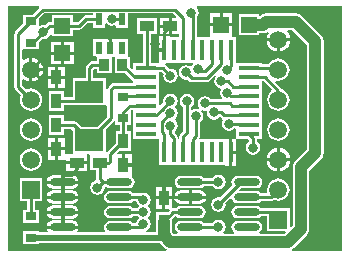
<source format=gtl>
G04 Layer_Physical_Order=1*
G04 Layer_Color=255*
%FSLAX25Y25*%
%MOIN*%
G70*
G01*
G75*
%ADD10R,0.03740X0.02953*%
%ADD11R,0.02362X0.03937*%
%ADD12R,0.05709X0.05315*%
%ADD13R,0.05315X0.05709*%
%ADD14R,0.07087X0.01772*%
%ADD15R,0.01772X0.07087*%
%ADD16R,0.09449X0.07480*%
%ADD17R,0.03500X0.04000*%
%ADD18R,0.03543X0.05118*%
%ADD19R,0.05118X0.03543*%
%ADD20O,0.08661X0.02362*%
%ADD21C,0.01000*%
%ADD22C,0.03937*%
%ADD23C,0.01969*%
%ADD24C,0.05906*%
%ADD25R,0.05906X0.05906*%
%ADD26C,0.03150*%
G36*
X-61709Y68037D02*
X-64276D01*
X-64778Y67937D01*
X-65204Y67653D01*
X-66918Y65939D01*
X-68358D01*
Y68071D01*
X-75642D01*
Y65939D01*
X-76248D01*
X-76750Y65839D01*
X-77176Y65554D01*
X-77913Y64817D01*
X-78374Y64908D01*
X-79296Y64725D01*
X-79401Y64654D01*
X-79843Y64890D01*
Y66844D01*
X-78000Y68687D01*
X-61709D01*
Y68037D01*
D02*
G37*
G36*
X21088Y-10438D02*
X4489D01*
X4390Y-9938D01*
X4465Y-9907D01*
X5040Y-9465D01*
X9465Y-5040D01*
X9907Y-4465D01*
X10185Y-3794D01*
X10280Y-3075D01*
Y16349D01*
X14269Y20338D01*
X14710Y20913D01*
X14988Y21584D01*
X15083Y22303D01*
Y54000D01*
Y59500D01*
X14988Y60219D01*
X14710Y60890D01*
X14269Y61466D01*
X7769Y67966D01*
X7193Y68407D01*
X6523Y68685D01*
X5803Y68780D01*
X-4000D01*
X-4719Y68685D01*
X-5390Y68407D01*
X-5929Y67993D01*
X-6068Y68019D01*
X-6429Y68209D01*
Y68642D01*
X-13319D01*
Y61358D01*
X-6429D01*
Y62220D01*
X-5000D01*
X-4281Y62315D01*
X-3610Y62593D01*
X-3285Y62212D01*
X-3453Y61993D01*
X-3851Y61032D01*
X-3921Y60500D01*
X0D01*
X3921D01*
X3851Y61032D01*
X3453Y61993D01*
X2895Y62720D01*
X3048Y63220D01*
X4652D01*
X9523Y58349D01*
Y54000D01*
Y23455D01*
X5534Y19466D01*
X5093Y18890D01*
X4815Y18219D01*
X4720Y17500D01*
Y-1923D01*
X4202Y-2442D01*
X3740Y-2250D01*
Y3740D01*
X-2136D01*
X-2500Y3813D01*
X-5911D01*
X-5982Y3919D01*
X-6634Y4354D01*
X-7402Y4507D01*
X-13701D01*
X-14469Y4354D01*
X-15120Y3919D01*
X-15555Y3268D01*
X-15708Y2500D01*
X-15555Y1732D01*
X-15120Y1081D01*
X-14469Y646D01*
X-13701Y493D01*
X-7402D01*
X-6634Y646D01*
X-5982Y1081D01*
X-5911Y1187D01*
X-3740D01*
Y-3740D01*
X2250D01*
X2442Y-4202D01*
X1923Y-4720D01*
X-6281D01*
X-6433Y-4220D01*
X-5982Y-3919D01*
X-5547Y-3268D01*
X-5395Y-2500D01*
X-5547Y-1732D01*
X-5982Y-1081D01*
X-6634Y-646D01*
X-7402Y-493D01*
X-13701D01*
X-14469Y-646D01*
X-15120Y-1081D01*
X-15555Y-1732D01*
X-15708Y-2500D01*
X-15555Y-3268D01*
X-15120Y-3919D01*
X-14669Y-4220D01*
X-14821Y-4720D01*
X-18210D01*
X-18355Y-4242D01*
X-18297Y-4203D01*
X-17775Y-3422D01*
X-17592Y-2500D01*
X-17775Y-1578D01*
X-18297Y-797D01*
X-19078Y-275D01*
X-20000Y-91D01*
X-20922Y-275D01*
X-21703Y-797D01*
X-21964Y-1187D01*
X-24809D01*
X-24880Y-1081D01*
X-25531Y-646D01*
X-26299Y-493D01*
X-32598D01*
X-33367Y-646D01*
X-34018Y-1081D01*
X-34453Y-1732D01*
X-34606Y-2500D01*
X-34453Y-3268D01*
X-34018Y-3919D01*
X-33567Y-4220D01*
X-33719Y-4720D01*
X-34849D01*
X-35425Y-4144D01*
Y-669D01*
X-35520Y50D01*
X-35552Y127D01*
X-34549Y1131D01*
X-34029Y1098D01*
X-34018Y1081D01*
X-33367Y646D01*
X-32598Y493D01*
X-26299D01*
X-25531Y646D01*
X-24880Y1081D01*
X-24445Y1732D01*
X-24292Y2500D01*
X-24445Y3268D01*
X-24880Y3919D01*
X-25531Y4354D01*
X-26299Y4507D01*
X-32598D01*
X-33367Y4354D01*
X-34018Y3919D01*
X-34089Y3813D01*
X-35035D01*
X-35047Y3810D01*
X-35433Y4128D01*
Y6705D01*
X-37705D01*
Y3646D01*
X-36453D01*
X-36246Y3146D01*
X-36715Y2677D01*
X-40764D01*
Y354D01*
X-40890Y50D01*
X-40984Y-669D01*
Y-4237D01*
X-44088D01*
X-44138Y-3737D01*
X-44078Y-3725D01*
X-43297Y-3203D01*
X-42775Y-2422D01*
X-42592Y-1500D01*
X-42775Y-578D01*
X-43297Y203D01*
X-43367Y250D01*
Y750D01*
X-43297Y797D01*
X-42775Y1578D01*
X-42592Y2500D01*
X-42775Y3422D01*
X-43297Y4203D01*
X-43367Y4250D01*
Y4750D01*
X-43297Y4797D01*
X-42775Y5578D01*
X-42592Y6500D01*
X-42775Y7422D01*
X-43297Y8203D01*
X-44078Y8725D01*
X-45000Y8908D01*
X-45741Y8761D01*
X-46000Y8813D01*
X-48411D01*
X-48482Y8919D01*
X-49134Y9354D01*
X-49902Y9507D01*
X-56201D01*
X-56969Y9354D01*
X-57620Y8919D01*
X-58055Y8268D01*
X-58208Y7500D01*
X-58055Y6732D01*
X-57620Y6081D01*
X-56969Y5646D01*
X-56201Y5493D01*
X-49902D01*
X-49134Y5646D01*
X-48482Y6081D01*
X-48411Y6187D01*
X-47346D01*
X-47225Y5578D01*
X-46703Y4797D01*
X-46633Y4750D01*
Y4250D01*
X-46703Y4203D01*
X-46964Y3813D01*
X-48411D01*
X-48482Y3919D01*
X-49134Y4354D01*
X-49902Y4507D01*
X-56201D01*
X-56969Y4354D01*
X-57620Y3919D01*
X-58055Y3268D01*
X-58208Y2500D01*
X-58055Y1732D01*
X-57620Y1081D01*
X-56969Y646D01*
X-56201Y493D01*
X-49902D01*
X-49134Y646D01*
X-48482Y1081D01*
X-48411Y1187D01*
X-46964D01*
X-46703Y797D01*
X-46633Y750D01*
Y250D01*
X-46703Y203D01*
X-47225Y-578D01*
X-47346Y-1187D01*
X-48411D01*
X-48482Y-1081D01*
X-49134Y-646D01*
X-49902Y-493D01*
X-56201D01*
X-56969Y-646D01*
X-57620Y-1081D01*
X-58055Y-1732D01*
X-58208Y-2500D01*
X-58055Y-3268D01*
X-57742Y-3737D01*
X-57976Y-4237D01*
X-66735D01*
X-67002Y-3737D01*
X-66745Y-3351D01*
X-66675Y-3000D01*
X-71949D01*
X-77223D01*
X-77153Y-3351D01*
X-76895Y-3737D01*
X-77162Y-4237D01*
X-79843D01*
Y-3779D01*
X-85158D01*
Y-8307D01*
X-79843D01*
Y-7850D01*
X-39581D01*
X-37966Y-9465D01*
X-37390Y-9907D01*
X-37315Y-9938D01*
X-37414Y-10438D01*
X-90040D01*
Y71162D01*
X-79945D01*
X-79738Y70662D01*
X-82092Y68307D01*
X-85158D01*
Y65242D01*
X-87668Y62731D01*
X-87953Y62305D01*
X-88053Y61803D01*
Y44240D01*
X-87953Y43738D01*
X-87668Y43312D01*
X-85906Y41550D01*
X-86144Y40976D01*
X-86272Y40000D01*
X-86144Y39024D01*
X-85767Y38114D01*
X-85167Y37332D01*
X-84386Y36733D01*
X-83476Y36356D01*
X-82500Y36228D01*
X-81524Y36356D01*
X-80614Y36733D01*
X-79833Y37332D01*
X-79233Y38114D01*
X-78856Y39024D01*
X-78728Y40000D01*
X-78856Y40976D01*
X-79233Y41886D01*
X-79833Y42667D01*
X-80614Y43267D01*
X-81524Y43644D01*
X-82500Y43772D01*
X-83476Y43644D01*
X-84050Y43406D01*
X-85427Y44784D01*
Y46634D01*
X-84927Y46880D01*
X-84493Y46547D01*
X-83532Y46149D01*
X-83000Y46079D01*
Y50000D01*
Y53921D01*
X-83532Y53851D01*
X-84493Y53453D01*
X-84927Y53120D01*
X-85427Y53366D01*
Y56305D01*
X-85158Y56693D01*
X-79843D01*
Y59175D01*
X-78835Y60183D01*
X-78374Y60092D01*
X-77452Y60275D01*
X-76671Y60797D01*
X-76149Y61578D01*
X-76142Y61614D01*
X-75642Y61565D01*
Y61181D01*
X-68358D01*
Y63313D01*
X-66374D01*
X-65872Y63413D01*
X-65446Y63698D01*
X-63732Y65412D01*
X-61709D01*
Y63968D01*
X-57772D01*
Y65248D01*
X-57272Y65400D01*
X-57203Y65297D01*
X-56422Y64775D01*
X-55500Y64591D01*
X-54728Y64745D01*
X-54228Y64453D01*
Y63968D01*
X-50291D01*
Y68687D01*
X-35044D01*
X-34090Y67733D01*
X-34281Y67272D01*
X-35563D01*
Y64500D01*
Y61728D01*
X-33037D01*
Y60957D01*
X-36138D01*
Y61169D01*
X-37524D01*
Y56626D01*
X-38024D01*
Y56126D01*
X-39910D01*
Y52197D01*
X-42625D01*
Y61941D01*
X-40591D01*
Y67059D01*
X-47284D01*
Y61941D01*
X-45250D01*
Y52197D01*
X-48457D01*
Y50467D01*
X-48919Y50275D01*
X-49463Y50819D01*
Y54287D01*
X-49888D01*
X-50291Y54520D01*
X-50291Y54787D01*
Y60031D01*
X-53819D01*
Y60244D01*
X-55500D01*
Y57276D01*
X-56500D01*
Y60244D01*
X-58181D01*
Y60031D01*
X-61709D01*
Y54520D01*
X-60941D01*
X-60537Y54287D01*
X-60537Y54020D01*
Y52813D01*
X-62000D01*
X-62502Y52713D01*
X-62928Y52428D01*
X-63928Y51428D01*
X-64213Y51002D01*
X-64313Y50500D01*
Y47098D01*
X-68512D01*
Y40876D01*
X-71441D01*
Y42909D01*
X-76559D01*
Y36217D01*
X-71441D01*
Y38250D01*
X-68512D01*
Y38043D01*
X-57529D01*
X-57488Y38043D01*
X-57029Y37944D01*
Y34256D01*
X-60329Y30957D01*
X-65671D01*
X-67080Y32365D01*
X-67506Y32650D01*
X-68008Y32750D01*
X-71441D01*
Y34784D01*
X-76559D01*
Y28091D01*
X-71441D01*
Y30124D01*
X-68995D01*
X-68512Y29641D01*
Y22287D01*
X-68512Y21902D01*
X-68964Y21787D01*
X-70728D01*
X-70799Y21787D01*
X-71228Y21958D01*
Y23063D01*
X-73500D01*
Y20004D01*
X-71299D01*
X-71228Y20004D01*
X-70799Y19833D01*
Y19516D01*
X-67240D01*
X-63681D01*
X-63681Y21787D01*
X-63228Y21902D01*
X-63077D01*
X-62713Y21575D01*
Y16457D01*
X-60876D01*
Y13563D01*
X-60857Y13467D01*
X-61215Y12886D01*
X-61272Y12875D01*
X-62053Y12353D01*
X-62576Y11571D01*
X-62759Y10650D01*
X-62576Y9728D01*
X-62053Y8947D01*
X-61272Y8424D01*
X-60350Y8241D01*
X-59429Y8424D01*
X-58647Y8947D01*
X-58125Y9728D01*
X-57942Y10650D01*
X-57949Y10687D01*
X-57905Y10773D01*
X-57414Y10943D01*
X-56969Y10646D01*
X-56201Y10493D01*
X-49902D01*
X-49134Y10646D01*
X-48482Y11081D01*
X-48047Y11732D01*
X-47894Y12500D01*
X-48047Y13268D01*
X-48482Y13919D01*
X-48856Y14169D01*
X-48902Y14650D01*
X-48902Y14650D01*
Y17709D01*
X-51673D01*
Y18209D01*
X-52173D01*
Y21768D01*
X-53479D01*
X-53670Y22230D01*
X-53163Y22736D01*
X-49114D01*
Y29429D01*
X-50361D01*
Y31594D01*
X-49016D01*
Y36122D01*
X-49016Y36122D01*
X-48992Y36612D01*
X-48457D01*
Y33102D01*
Y29953D01*
Y26803D01*
X-40156D01*
X-39778Y26722D01*
X-39697Y26344D01*
Y18043D01*
X-17863D01*
Y17831D01*
X-16477D01*
Y22374D01*
Y26917D01*
X-17863D01*
Y26705D01*
X-26290D01*
X-26483Y27205D01*
X-26287Y27498D01*
X-26187Y28000D01*
Y32536D01*
X-25797Y32797D01*
X-25275Y33578D01*
X-25091Y34500D01*
X-25275Y35422D01*
X-25710Y36072D01*
X-25625Y36229D01*
X-25379Y36477D01*
X-24558Y36314D01*
X-24176Y36390D01*
X-23822Y36036D01*
X-23880Y35749D01*
X-23696Y34828D01*
X-23174Y34046D01*
X-22393Y33524D01*
X-21471Y33341D01*
X-20549Y33524D01*
X-19768Y34046D01*
X-19293Y34093D01*
X-19047Y33847D01*
X-18813Y33691D01*
X-18790Y33671D01*
X-18613Y33090D01*
X-18725Y32922D01*
X-18909Y32000D01*
X-18725Y31078D01*
X-18203Y30297D01*
X-17422Y29775D01*
X-16500Y29592D01*
X-15578Y29775D01*
X-14797Y30297D01*
X-14705Y30435D01*
X-14205Y30283D01*
Y26917D01*
X-15477D01*
Y22874D01*
X-14091D01*
Y26803D01*
X-10057D01*
X-9813Y26558D01*
Y25964D01*
X-10203Y25703D01*
X-10725Y24922D01*
X-10909Y24000D01*
X-10725Y23078D01*
X-10203Y22297D01*
X-9422Y21775D01*
X-8500Y21591D01*
X-7578Y21775D01*
X-6797Y22297D01*
X-6275Y23078D01*
X-6092Y24000D01*
X-6275Y24922D01*
X-6797Y25703D01*
X-7187Y25964D01*
Y26803D01*
X-5544D01*
Y29953D01*
Y33102D01*
Y36252D01*
Y39401D01*
Y42551D01*
Y46061D01*
X-4918D01*
X-2289Y43432D01*
X-2321Y42933D01*
X-2668Y42667D01*
X-3267Y41886D01*
X-3644Y40976D01*
X-3772Y40000D01*
X-3644Y39024D01*
X-3267Y38114D01*
X-2668Y37332D01*
X-1886Y36733D01*
X-976Y36356D01*
X0Y36228D01*
X976Y36356D01*
X1886Y36733D01*
X2668Y37332D01*
X3267Y38114D01*
X3644Y39024D01*
X3772Y40000D01*
X3644Y40976D01*
X3267Y41886D01*
X2668Y42667D01*
X1886Y43267D01*
X1172Y43563D01*
X928Y43928D01*
X-998Y45855D01*
X-765Y46328D01*
X0Y46228D01*
X976Y46356D01*
X1886Y46733D01*
X2668Y47333D01*
X3267Y48114D01*
X3644Y49024D01*
X3772Y50000D01*
X3644Y50976D01*
X3267Y51886D01*
X2668Y52667D01*
X1886Y53267D01*
X976Y53644D01*
X0Y53772D01*
X-976Y53644D01*
X-1886Y53267D01*
X-2668Y52667D01*
X-3267Y51886D01*
X-3288Y51836D01*
X-5544D01*
Y52197D01*
X-13844D01*
X-14222Y52278D01*
X-14303Y52656D01*
Y60957D01*
X-15047D01*
X-15469Y61146D01*
X-15469Y61457D01*
Y64500D01*
X-19126D01*
Y65000D01*
D01*
Y64500D01*
X-22783D01*
Y61457D01*
X-22783Y61146D01*
X-23205Y60957D01*
X-27262D01*
Y67348D01*
X-26775Y68078D01*
X-26592Y69000D01*
X-26775Y69922D01*
X-27269Y70662D01*
X-27152Y71162D01*
X21088D01*
Y-10438D01*
D02*
G37*
G36*
X-28481Y51795D02*
X-28588Y51724D01*
X-28956Y51172D01*
X-29563Y51034D01*
X-29901Y51261D01*
X-30823Y51444D01*
X-31745Y51261D01*
X-32526Y50739D01*
X-33048Y49957D01*
X-33231Y49035D01*
X-33048Y48114D01*
X-32526Y47332D01*
X-31745Y46810D01*
X-30823Y46627D01*
X-30362Y46719D01*
X-29874Y46231D01*
X-29449Y45946D01*
X-28946Y45846D01*
X-23889D01*
X-23387Y45946D01*
X-22961Y46231D01*
X-21135Y48057D01*
X-20746Y47738D01*
X-21236Y47006D01*
X-21419Y46084D01*
X-21236Y45162D01*
X-20714Y44381D01*
X-19932Y43859D01*
X-19410Y43755D01*
X-19180Y43199D01*
X-19267Y43069D01*
X-19451Y42147D01*
X-19267Y41225D01*
X-18852Y40604D01*
X-19068Y40104D01*
X-22640D01*
X-22855Y40426D01*
X-23636Y40948D01*
X-24558Y41131D01*
X-25479Y40948D01*
X-26261Y40426D01*
X-26783Y39644D01*
X-26966Y38723D01*
X-26783Y37801D01*
X-26348Y37150D01*
X-26433Y36994D01*
X-26679Y36745D01*
X-27500Y36909D01*
X-28422Y36725D01*
X-28746Y36508D01*
X-29187Y36744D01*
Y37536D01*
X-28797Y37797D01*
X-28275Y38578D01*
X-28091Y39500D01*
X-28275Y40422D01*
X-28797Y41203D01*
X-29578Y41725D01*
X-30500Y41908D01*
X-31422Y41725D01*
X-32203Y41203D01*
X-32725Y40422D01*
X-32908Y39500D01*
X-32725Y38578D01*
X-32203Y37797D01*
X-31813Y37536D01*
Y29544D01*
X-32653Y28703D01*
X-32937Y28278D01*
X-33037Y27775D01*
Y26705D01*
X-33562D01*
Y27295D01*
X-33662Y27797D01*
X-33946Y28223D01*
X-34640Y28917D01*
X-34608Y29432D01*
X-34297Y29640D01*
X-33775Y30421D01*
X-33591Y31343D01*
X-33775Y32264D01*
X-34297Y33046D01*
X-34485Y33171D01*
Y33671D01*
X-34297Y33797D01*
X-33775Y34578D01*
X-33591Y35500D01*
X-33775Y36422D01*
X-34297Y37203D01*
X-34367Y37250D01*
Y37750D01*
X-34297Y37797D01*
X-33775Y38578D01*
X-33591Y39500D01*
X-33775Y40422D01*
X-34297Y41203D01*
X-35078Y41725D01*
X-36000Y41908D01*
X-36922Y41725D01*
X-37703Y41203D01*
X-38225Y40422D01*
X-38408Y39500D01*
X-38325Y39079D01*
X-39296Y38109D01*
X-39796Y38316D01*
Y42551D01*
Y45701D01*
Y49211D01*
X-39068D01*
X-38317Y48460D01*
X-38409Y48000D01*
X-38225Y47078D01*
X-37703Y46297D01*
X-36922Y45775D01*
X-36000Y45591D01*
X-35079Y45775D01*
X-34297Y46297D01*
X-33775Y47078D01*
X-33592Y48000D01*
X-33775Y48921D01*
X-34297Y49703D01*
X-35079Y50225D01*
X-36000Y50408D01*
X-36461Y50317D01*
X-37596Y51452D01*
X-37792Y51582D01*
X-37640Y52083D01*
X-36138D01*
Y52295D01*
X-28633D01*
X-28481Y51795D01*
D02*
G37*
G36*
X-54537Y54225D02*
X-54537Y53807D01*
Y48713D01*
X-51069D01*
X-48802Y46446D01*
X-48457Y46215D01*
Y45537D01*
X-54898D01*
X-55400Y45437D01*
X-55826Y45152D01*
X-56645Y44334D01*
X-56929Y43908D01*
X-56988Y43611D01*
X-57488Y43661D01*
Y47098D01*
X-61687D01*
Y49956D01*
X-61456Y50187D01*
X-60537D01*
Y48713D01*
X-55463D01*
X-55463Y54225D01*
X-55000Y54300D01*
X-54537Y54225D01*
D02*
G37*
G36*
X-54653Y32721D02*
X-54331Y32569D01*
Y31594D01*
X-52986D01*
Y29429D01*
X-54232D01*
Y25380D01*
X-56928Y22684D01*
X-56988Y22594D01*
X-57488Y22746D01*
Y30085D01*
X-54831Y32742D01*
X-54653Y32721D01*
D02*
G37*
%LPC*%
G36*
X-15469Y68854D02*
X-18626D01*
Y65500D01*
X-15469D01*
Y68854D01*
D02*
G37*
G36*
X-19626D02*
X-22783D01*
Y65500D01*
X-19626D01*
Y68854D01*
D02*
G37*
G36*
X-36563Y67272D02*
X-39622D01*
Y65000D01*
X-36563D01*
Y67272D01*
D02*
G37*
G36*
Y64000D02*
X-39622D01*
Y61728D01*
X-36563D01*
Y64000D01*
D02*
G37*
G36*
X-38524Y61169D02*
X-39910D01*
Y57126D01*
X-38524D01*
Y61169D01*
D02*
G37*
G36*
X3921Y59500D02*
X500D01*
Y56079D01*
X1032Y56149D01*
X1993Y56547D01*
X2819Y57181D01*
X3453Y58007D01*
X3851Y58968D01*
X3921Y59500D01*
D02*
G37*
G36*
X-500D02*
X-3921D01*
X-3851Y58968D01*
X-3453Y58007D01*
X-2819Y57181D01*
X-1993Y56547D01*
X-1032Y56149D01*
X-500Y56079D01*
Y59500D01*
D02*
G37*
G36*
X-68146Y59031D02*
X-71500D01*
Y55874D01*
X-68146D01*
Y59031D01*
D02*
G37*
G36*
X-72500D02*
X-75854D01*
Y55874D01*
X-72500D01*
Y59031D01*
D02*
G37*
G36*
X-68146Y54874D02*
X-71500D01*
Y51717D01*
X-68146D01*
Y54874D01*
D02*
G37*
G36*
X-72500D02*
X-75854D01*
Y51717D01*
X-72500D01*
Y54874D01*
D02*
G37*
G36*
X-82000Y53921D02*
Y50500D01*
X-78579D01*
X-78649Y51032D01*
X-79047Y51993D01*
X-79681Y52819D01*
X-80507Y53453D01*
X-81468Y53851D01*
X-82000Y53921D01*
D02*
G37*
G36*
X-71228Y50996D02*
X-73500D01*
Y47937D01*
X-71228D01*
Y50996D01*
D02*
G37*
G36*
X-74500D02*
X-76772D01*
Y47937D01*
X-74500D01*
Y50996D01*
D02*
G37*
G36*
X-78579Y49500D02*
X-82000D01*
Y46079D01*
X-81468Y46149D01*
X-80507Y46547D01*
X-79681Y47181D01*
X-79047Y48007D01*
X-78649Y48968D01*
X-78579Y49500D01*
D02*
G37*
G36*
X-71228Y46937D02*
X-73500D01*
Y43878D01*
X-71228D01*
Y46937D01*
D02*
G37*
G36*
X-74500D02*
X-76772D01*
Y43878D01*
X-74500D01*
Y46937D01*
D02*
G37*
G36*
X0Y33772D02*
X-976Y33644D01*
X-1886Y33267D01*
X-2668Y32667D01*
X-3267Y31886D01*
X-3644Y30976D01*
X-3772Y30000D01*
X-3644Y29024D01*
X-3267Y28114D01*
X-2668Y27332D01*
X-1886Y26733D01*
X-976Y26356D01*
X0Y26228D01*
X976Y26356D01*
X1886Y26733D01*
X2668Y27332D01*
X3267Y28114D01*
X3644Y29024D01*
X3772Y30000D01*
X3644Y30976D01*
X3267Y31886D01*
X2668Y32667D01*
X1886Y33267D01*
X976Y33644D01*
X0Y33772D01*
D02*
G37*
G36*
X-82500D02*
X-83476Y33644D01*
X-84386Y33267D01*
X-85167Y32667D01*
X-85767Y31886D01*
X-86144Y30976D01*
X-86272Y30000D01*
X-86144Y29024D01*
X-85767Y28114D01*
X-85167Y27332D01*
X-84386Y26733D01*
X-83476Y26356D01*
X-82500Y26228D01*
X-81524Y26356D01*
X-80614Y26733D01*
X-79833Y27332D01*
X-79233Y28114D01*
X-78856Y29024D01*
X-78728Y30000D01*
X-78856Y30976D01*
X-79233Y31886D01*
X-79833Y32667D01*
X-80614Y33267D01*
X-81524Y33644D01*
X-82500Y33772D01*
D02*
G37*
G36*
X-71228Y27122D02*
X-73500D01*
Y24063D01*
X-71228D01*
Y27122D01*
D02*
G37*
G36*
X-74500D02*
X-76772D01*
Y24063D01*
X-74500D01*
Y27122D01*
D02*
G37*
G36*
X500Y23921D02*
Y20500D01*
X3921D01*
X3851Y21032D01*
X3453Y21993D01*
X2819Y22819D01*
X1993Y23453D01*
X1032Y23851D01*
X500Y23921D01*
D02*
G37*
G36*
X-500D02*
X-1032Y23851D01*
X-1993Y23453D01*
X-2819Y22819D01*
X-3453Y21993D01*
X-3851Y21032D01*
X-3921Y20500D01*
X-500D01*
Y23921D01*
D02*
G37*
G36*
X-74500Y23063D02*
X-76772D01*
Y20004D01*
X-74500D01*
Y23063D01*
D02*
G37*
G36*
X-48902Y21768D02*
X-51173D01*
Y18709D01*
X-48902D01*
Y21768D01*
D02*
G37*
G36*
X-14091Y21874D02*
X-15477D01*
Y17831D01*
X-14091D01*
Y21874D01*
D02*
G37*
G36*
X-63681Y18516D02*
X-66740D01*
Y16244D01*
X-63681D01*
Y18516D01*
D02*
G37*
G36*
X-67740D02*
X-70799D01*
Y16244D01*
X-67740D01*
Y18516D01*
D02*
G37*
G36*
X-82500Y23772D02*
X-83476Y23644D01*
X-84386Y23267D01*
X-85167Y22668D01*
X-85767Y21886D01*
X-86144Y20976D01*
X-86272Y20000D01*
X-86144Y19024D01*
X-85767Y18114D01*
X-85167Y17333D01*
X-84386Y16733D01*
X-83476Y16356D01*
X-82500Y16228D01*
X-81524Y16356D01*
X-80614Y16733D01*
X-79833Y17333D01*
X-79233Y18114D01*
X-78856Y19024D01*
X-78728Y20000D01*
X-78856Y20976D01*
X-79233Y21886D01*
X-79833Y22668D01*
X-80614Y23267D01*
X-81524Y23644D01*
X-82500Y23772D01*
D02*
G37*
G36*
X3921Y19500D02*
X500D01*
Y16079D01*
X1032Y16149D01*
X1993Y16547D01*
X2819Y17181D01*
X3453Y18007D01*
X3851Y18968D01*
X3921Y19500D01*
D02*
G37*
G36*
X-500D02*
X-3921D01*
X-3851Y18968D01*
X-3453Y18007D01*
X-2819Y17181D01*
X-1993Y16547D01*
X-1032Y16149D01*
X-500Y16079D01*
Y19500D01*
D02*
G37*
G36*
X-20000Y14909D02*
X-20922Y14725D01*
X-21703Y14203D01*
X-21964Y13813D01*
X-24809D01*
X-24880Y13919D01*
X-25531Y14354D01*
X-26299Y14507D01*
X-32598D01*
X-33367Y14354D01*
X-34018Y13919D01*
X-34453Y13268D01*
X-34606Y12500D01*
X-34453Y11732D01*
X-34018Y11081D01*
X-33367Y10646D01*
X-32598Y10493D01*
X-26299D01*
X-25531Y10646D01*
X-24880Y11081D01*
X-24809Y11187D01*
X-21964D01*
X-21703Y10797D01*
X-20922Y10275D01*
X-20000Y10091D01*
X-19078Y10275D01*
X-18297Y10797D01*
X-17775Y11578D01*
X-17592Y12500D01*
X-17775Y13422D01*
X-18297Y14203D01*
X-19078Y14725D01*
X-20000Y14909D01*
D02*
G37*
G36*
X-68799Y14724D02*
X-71449D01*
Y13000D01*
X-66675D01*
X-66745Y13351D01*
X-67227Y14073D01*
X-67948Y14555D01*
X-68799Y14724D01*
D02*
G37*
G36*
X-72449D02*
X-75098D01*
X-75950Y14555D01*
X-76671Y14073D01*
X-77153Y13351D01*
X-77223Y13000D01*
X-72449D01*
Y14724D01*
D02*
G37*
G36*
X-66675Y12000D02*
X-71449D01*
Y10276D01*
X-68799D01*
X-67948Y10445D01*
X-67227Y10927D01*
X-66745Y11649D01*
X-66675Y12000D01*
D02*
G37*
G36*
X-72449D02*
X-77223D01*
X-77153Y11649D01*
X-76671Y10927D01*
X-75950Y10445D01*
X-75098Y10276D01*
X-72449D01*
Y12000D01*
D02*
G37*
G36*
X-26299Y9724D02*
X-28949D01*
Y8000D01*
X-24175D01*
X-24245Y8351D01*
X-24727Y9072D01*
X-25448Y9555D01*
X-26299Y9724D01*
D02*
G37*
G36*
X-68799D02*
X-71449D01*
Y8000D01*
X-66675D01*
X-66745Y8351D01*
X-67227Y9072D01*
X-67948Y9555D01*
X-68799Y9724D01*
D02*
G37*
G36*
X-29949D02*
X-32598D01*
X-33450Y9555D01*
X-34171Y9072D01*
X-34653Y8351D01*
X-34723Y8000D01*
X-29949D01*
Y9724D01*
D02*
G37*
G36*
X-72449D02*
X-75098D01*
X-75950Y9555D01*
X-76671Y9072D01*
X-77153Y8351D01*
X-77223Y8000D01*
X-72449D01*
Y9724D01*
D02*
G37*
G36*
X-35433Y10764D02*
X-37705D01*
Y7705D01*
X-35433D01*
Y10764D01*
D02*
G37*
G36*
X-38705D02*
X-40976D01*
Y7705D01*
X-38705D01*
Y10764D01*
D02*
G37*
G36*
X-7402Y14507D02*
X-13701D01*
X-14469Y14354D01*
X-15120Y13919D01*
X-15555Y13268D01*
X-15708Y12500D01*
X-15555Y11732D01*
X-15383Y11474D01*
X-19539Y7317D01*
X-20000Y7408D01*
X-20922Y7225D01*
X-21703Y6703D01*
X-22225Y5922D01*
X-22409Y5000D01*
X-22225Y4078D01*
X-21703Y3297D01*
X-20922Y2775D01*
X-20000Y2592D01*
X-19078Y2775D01*
X-18297Y3297D01*
X-17775Y4078D01*
X-17592Y5000D01*
X-17683Y5460D01*
X-16072Y7072D01*
X-15594Y6926D01*
X-15555Y6732D01*
X-15120Y6081D01*
X-14469Y5646D01*
X-13701Y5493D01*
X-7402D01*
X-6634Y5646D01*
X-5982Y6081D01*
X-5911Y6187D01*
X-2500D01*
X-1998Y6287D01*
X-1572Y6572D01*
X-1550Y6594D01*
X-976Y6356D01*
X0Y6228D01*
X976Y6356D01*
X1886Y6733D01*
X2668Y7333D01*
X3267Y8114D01*
X3644Y9024D01*
X3772Y10000D01*
X3644Y10976D01*
X3267Y11886D01*
X2668Y12667D01*
X1886Y13267D01*
X976Y13644D01*
X0Y13772D01*
X-976Y13644D01*
X-1886Y13267D01*
X-2668Y12667D01*
X-3267Y11886D01*
X-3644Y10976D01*
X-3772Y10000D01*
X-3682Y9313D01*
X-4056Y8813D01*
X-5911D01*
X-5982Y8919D01*
X-6634Y9354D01*
X-7402Y9507D01*
X-12983D01*
X-13175Y9969D01*
X-12651Y10493D01*
X-7402D01*
X-6634Y10646D01*
X-5982Y11081D01*
X-5547Y11732D01*
X-5395Y12500D01*
X-5547Y13268D01*
X-5982Y13919D01*
X-6634Y14354D01*
X-7402Y14507D01*
D02*
G37*
G36*
X-24175Y7000D02*
X-28949D01*
Y5276D01*
X-26299D01*
X-25448Y5446D01*
X-24727Y5928D01*
X-24245Y6649D01*
X-24175Y7000D01*
D02*
G37*
G36*
X-29949D02*
X-34723D01*
X-34653Y6649D01*
X-34171Y5928D01*
X-33450Y5446D01*
X-32598Y5276D01*
X-29949D01*
Y7000D01*
D02*
G37*
G36*
X-66675D02*
X-71449D01*
Y5276D01*
X-68799D01*
X-67948Y5446D01*
X-67227Y5928D01*
X-66745Y6649D01*
X-66675Y7000D01*
D02*
G37*
G36*
X-72449D02*
X-77223D01*
X-77153Y6649D01*
X-76671Y5928D01*
X-75950Y5446D01*
X-75098Y5276D01*
X-72449D01*
Y7000D01*
D02*
G37*
G36*
X-38705Y6705D02*
X-40976D01*
Y3646D01*
X-38705D01*
Y6705D01*
D02*
G37*
G36*
X-68799Y4724D02*
X-71449D01*
Y3000D01*
X-66675D01*
X-66745Y3351D01*
X-67227Y4073D01*
X-67948Y4555D01*
X-68799Y4724D01*
D02*
G37*
G36*
X-72449D02*
X-75098D01*
X-75950Y4555D01*
X-76671Y4073D01*
X-77153Y3351D01*
X-77223Y3000D01*
X-72449D01*
Y4724D01*
D02*
G37*
G36*
X-66675Y2000D02*
X-71449D01*
Y276D01*
X-68799D01*
X-67948Y446D01*
X-67227Y927D01*
X-66745Y1649D01*
X-66675Y2000D01*
D02*
G37*
G36*
X-72449D02*
X-77223D01*
X-77153Y1649D01*
X-76671Y927D01*
X-75950Y446D01*
X-75098Y276D01*
X-72449D01*
Y2000D01*
D02*
G37*
G36*
X-78760Y13740D02*
X-86240D01*
Y6260D01*
X-83813D01*
Y3307D01*
X-85158D01*
Y-1221D01*
X-79843D01*
Y3307D01*
X-81187D01*
Y6260D01*
X-78760D01*
Y13740D01*
D02*
G37*
G36*
X-68799Y-276D02*
X-71449D01*
Y-2000D01*
X-66675D01*
X-66745Y-1649D01*
X-67227Y-927D01*
X-67948Y-446D01*
X-68799Y-276D01*
D02*
G37*
G36*
X-72449D02*
X-75098D01*
X-75950Y-446D01*
X-76671Y-927D01*
X-77153Y-1649D01*
X-77223Y-2000D01*
X-72449D01*
Y-276D01*
D02*
G37*
%LPD*%
D10*
X-51673Y40945D02*
D03*
Y33858D02*
D03*
X-82500Y66043D02*
D03*
Y58957D02*
D03*
Y1043D02*
D03*
Y-6043D02*
D03*
D11*
X-59740Y66724D02*
D03*
X-52260D02*
D03*
Y57276D02*
D03*
X-56000D02*
D03*
X-59740D02*
D03*
D12*
X-72000Y64626D02*
D03*
Y55374D02*
D03*
D13*
X-19126Y65000D02*
D03*
X-9874D02*
D03*
D14*
X-44126Y50524D02*
D03*
Y47374D02*
D03*
Y44224D02*
D03*
Y41075D02*
D03*
Y37925D02*
D03*
Y34775D02*
D03*
Y31626D02*
D03*
Y28476D02*
D03*
X-9874D02*
D03*
Y31626D02*
D03*
Y34775D02*
D03*
Y37925D02*
D03*
Y41075D02*
D03*
Y44224D02*
D03*
Y47374D02*
D03*
Y50524D02*
D03*
D15*
X-38024Y22374D02*
D03*
X-34874D02*
D03*
X-31725D02*
D03*
X-28575D02*
D03*
X-25425D02*
D03*
X-22276D02*
D03*
X-19126D02*
D03*
X-15977D02*
D03*
Y56626D02*
D03*
X-19126D02*
D03*
X-22276D02*
D03*
X-25425D02*
D03*
X-28575D02*
D03*
X-31725D02*
D03*
X-34874D02*
D03*
X-38024D02*
D03*
D16*
X-63000Y26429D02*
D03*
Y42571D02*
D03*
D17*
X-52000Y51500D02*
D03*
X-58000D02*
D03*
D18*
X-74000Y31437D02*
D03*
Y23563D02*
D03*
Y47437D02*
D03*
Y39563D02*
D03*
X-38205Y-669D02*
D03*
Y7205D02*
D03*
X-51673Y26083D02*
D03*
Y18209D02*
D03*
D19*
X-59366Y19016D02*
D03*
X-67240D02*
D03*
X-36063Y64500D02*
D03*
X-43937D02*
D03*
D20*
X-53051Y-2500D02*
D03*
Y2500D02*
D03*
Y7500D02*
D03*
Y12500D02*
D03*
X-71949Y-2500D02*
D03*
Y2500D02*
D03*
Y7500D02*
D03*
Y12500D02*
D03*
X-29449D02*
D03*
Y7500D02*
D03*
Y2500D02*
D03*
Y-2500D02*
D03*
X-10551Y12500D02*
D03*
Y7500D02*
D03*
Y2500D02*
D03*
Y-2500D02*
D03*
D21*
X-51673Y40945D02*
X-51543Y41075D01*
X-44126D01*
X-55717Y33713D02*
Y43406D01*
X-63000Y26429D02*
X-55717Y33713D01*
X-54898Y44224D02*
X-44126D01*
X-55717Y43406D02*
X-54898Y44224D01*
X-51673Y35827D02*
X-49575Y37925D01*
X-56000Y21756D02*
X-51673Y26083D01*
X-56000Y19500D02*
Y21756D01*
X-38205Y-669D02*
X-35035Y2500D01*
X-29449D01*
X-21471Y35749D02*
X-19093D01*
X-16500Y32000D02*
X-10249D01*
X-24489Y38791D02*
X-16292D01*
X-19093Y35749D02*
X-18119Y34775D01*
X-60350Y10650D02*
X-58500Y12500D01*
X-15977Y51023D02*
Y56626D01*
X-9874Y28476D02*
X-8500Y27102D01*
Y24000D02*
Y27102D01*
X-29449Y12500D02*
X-20000D01*
X-53051Y2500D02*
X-45000D01*
X-58500Y12500D02*
X-53051D01*
X-52000Y51500D02*
X-47874Y47374D01*
X-44126D01*
X-49575Y37925D02*
X-44126D01*
X-64276Y66724D02*
X-59740D01*
X-66374Y64626D02*
X-64276Y66724D01*
X-72000Y64626D02*
X-66374D01*
X-66008Y39563D02*
X-63000Y42571D01*
X-74000Y39563D02*
X-66008D01*
X-68008Y31437D02*
X-63000Y26429D01*
X-74000Y31437D02*
X-68008D01*
X-44251Y44100D02*
X-44126Y44224D01*
X-63000Y42571D02*
Y50500D01*
X-62000Y51500D01*
X-58000D01*
X-56500Y19000D02*
X-56000Y19500D01*
X-29449Y-2500D02*
X-20000D01*
X-12500Y12500D02*
X-10551D01*
X-20000Y5000D02*
X-12500Y12500D01*
X-10249Y32000D02*
X-9874Y31626D01*
X-18119Y34775D02*
X-17772D01*
X-17686Y34862D01*
X-9961D02*
X-9874Y34775D01*
X-17686Y34862D02*
X-9961D01*
X-17000Y50000D02*
X-15977Y51023D01*
X-15426Y37925D02*
X-9874D01*
X-16292Y38791D02*
X-15426Y37925D01*
X-15970Y41075D02*
X-9874D01*
X-26885Y49529D02*
Y50021D01*
X-24633Y49529D02*
X-22276Y51885D01*
Y56626D01*
X-19126Y51921D02*
Y56626D01*
X-23889Y47159D02*
X-19126Y51921D01*
X-53051Y-2500D02*
X-46000D01*
X-45000Y-1500D01*
X-53051Y7500D02*
X-46000D01*
X-45000Y6500D01*
X-30823Y49035D02*
X-28946Y47159D01*
X-23889D01*
X-9874Y50524D02*
X-524D01*
X0Y50000D01*
Y40000D02*
Y43000D01*
X-4374Y47374D02*
X0Y43000D01*
X-9874Y47374D02*
X-4374D01*
X-59563Y13563D02*
X-58500Y12500D01*
X-59563Y13563D02*
Y19000D01*
X-71949Y-2500D02*
Y2500D01*
Y7500D01*
X-19011Y46084D02*
X-16931D01*
X-15072Y44224D01*
X-9874D01*
X-17042Y42147D02*
X-15970Y41075D01*
X-24558Y38723D02*
X-24489Y38791D01*
X-31725Y22374D02*
Y27775D01*
X-30500Y29000D01*
X-28575Y22374D02*
Y26925D01*
X-27500Y28000D01*
Y34500D01*
X-34874Y22374D02*
Y27295D01*
X-44126Y34775D02*
X-40725D01*
X-36000Y28421D02*
X-34874Y27295D01*
X-38862Y29314D02*
X-38024Y28476D01*
Y22374D02*
Y28476D01*
X-40725Y34775D02*
X-38862Y36638D01*
Y36686D01*
X-36048Y39500D02*
X-36000D01*
X-38862Y36686D02*
X-36048Y39500D01*
X-36000Y28421D02*
Y31343D01*
X-38862Y29314D02*
Y32528D01*
X-36000Y35390D02*
Y35500D01*
X-38862Y32528D02*
X-36000Y35390D01*
X-30500Y29000D02*
Y39500D01*
X-38024Y62539D02*
X-36063Y64500D01*
X-38024Y56626D02*
Y62539D01*
X-44126Y50524D02*
X-38524D01*
X-36000Y48000D01*
X-43937Y50712D02*
Y64500D01*
X-44126Y50524D02*
X-43937Y50712D01*
X-79937Y47437D02*
X-74000D01*
X-82500Y50000D02*
X-79937Y47437D01*
X-77126Y55374D02*
X-72000D01*
X-82500Y50000D02*
X-77126Y55374D01*
X-56000Y57276D02*
Y60000D01*
X-57500Y61500D02*
X-56000Y60000D01*
X-26885Y49529D02*
X-24633D01*
X-40374Y56626D02*
X-38024D01*
X-71949Y7500D02*
Y12500D01*
X-74000Y19102D02*
Y23563D01*
Y19102D02*
X-71949Y17051D01*
X-67240Y16760D02*
Y19016D01*
X-69000Y15000D02*
X-67240Y16760D01*
X-71949Y15000D02*
X-69000D01*
X-71949Y12500D02*
Y15000D01*
Y17051D01*
X-54724Y66724D02*
X-52260D01*
X-11374Y65000D02*
X-9874D01*
X-31725Y56626D02*
Y67225D01*
X-34500Y70000D02*
X-31725Y67225D01*
X-78543Y70000D02*
X-34500D01*
X-82500Y66043D02*
X-78543Y70000D01*
X-28575Y56626D02*
Y68425D01*
X-29000Y69000D02*
X-28500Y68500D01*
X-64000Y60000D02*
X-62500Y61500D01*
X-57500D01*
X-86740Y61803D02*
X-82500Y66043D01*
X-86740Y44240D02*
Y61803D01*
Y44240D02*
X-82500Y40000D01*
X-37909Y7500D02*
X-29449D01*
X-38205Y7205D02*
X-37909Y7500D01*
X-38205Y7205D02*
Y11705D01*
X-44709Y18209D02*
X-38205Y11705D01*
X-51673Y18209D02*
X-44709D01*
X-15977Y22374D02*
X-13374D01*
X-8500Y17500D01*
X-29449Y7500D02*
X-23500D01*
X-22500Y8500D01*
X-59563Y19000D02*
X-56500D01*
X-51673Y26083D02*
Y33858D01*
Y35827D01*
X-17106Y894D02*
X-17000Y1000D01*
X-71949Y-2500D02*
X-65000D01*
X-82500Y1043D02*
Y10000D01*
X-10551Y7500D02*
X-2500D01*
X-10551Y2500D02*
X-2500D01*
X0Y0D01*
X-2500Y7500D02*
X0Y10000D01*
X-41000Y57252D02*
X-40374Y56626D01*
X-41000Y57252D02*
Y58500D01*
X-76248Y64626D02*
X-72000D01*
X-78374Y62500D02*
X-76248Y64626D01*
X-81917Y58957D02*
X-78374Y62500D01*
X-82500Y58957D02*
X-81917D01*
X-28575Y68425D02*
X-28500Y68500D01*
D22*
X12303Y54000D02*
Y59500D01*
X5803Y66000D02*
X12303Y59500D01*
X-4000Y66000D02*
X5803D01*
X-5000Y65000D02*
X-4000Y66000D01*
X-9874Y65000D02*
X-5000D01*
X12303Y22303D02*
Y54000D01*
X-36000Y-7500D02*
X3075D01*
X-38205Y-5295D02*
X-36000Y-7500D01*
X-38205Y-5295D02*
Y-669D01*
X3075Y-7500D02*
X7500Y-3075D01*
Y17500D01*
X12303Y22303D01*
D23*
X-38953Y-6043D02*
X-38205Y-5295D01*
X-82500Y-6043D02*
X-38953D01*
D24*
X-82500Y50000D02*
D03*
Y40000D02*
D03*
Y30000D02*
D03*
Y20000D02*
D03*
X0Y60000D02*
D03*
Y50000D02*
D03*
Y40000D02*
D03*
Y30000D02*
D03*
Y10000D02*
D03*
Y20000D02*
D03*
D25*
X-82500Y10000D02*
D03*
X0Y0D02*
D03*
D26*
X12500Y4921D02*
D03*
X-30823Y49035D02*
D03*
X-21471Y35749D02*
D03*
X-16500Y32000D02*
D03*
X-60350Y10650D02*
D03*
X-4000Y66000D02*
D03*
X-8500Y24000D02*
D03*
X-20000Y12500D02*
D03*
X-45000Y2500D02*
D03*
X-20000Y-2500D02*
D03*
Y5000D02*
D03*
X-45000Y6500D02*
D03*
Y-1500D02*
D03*
X-17000Y50000D02*
D03*
X-19011Y46084D02*
D03*
X-26885Y50021D02*
D03*
X12303Y54000D02*
D03*
X-17042Y42147D02*
D03*
X-27500Y34500D02*
D03*
X-24558Y38723D02*
D03*
X-36000Y39500D02*
D03*
Y35500D02*
D03*
Y31343D02*
D03*
X-30500Y39500D02*
D03*
X-36000Y48000D02*
D03*
X-55500Y67000D02*
D03*
X-29000Y69000D02*
D03*
X-64000Y60000D02*
D03*
X-8500Y17500D02*
D03*
X-22500Y8500D02*
D03*
X-17106Y894D02*
D03*
X-65000Y5000D02*
D03*
Y-2500D02*
D03*
X-87417Y32795D02*
D03*
X11008Y-6575D02*
D03*
X18000Y-6500D02*
D03*
X16500Y69000D02*
D03*
X-87500Y68500D02*
D03*
Y-6000D02*
D03*
Y24500D02*
D03*
X18303Y28000D02*
D03*
X5000Y45000D02*
D03*
X-9000Y55500D02*
D03*
X5000Y55000D02*
D03*
X18000Y13000D02*
D03*
X-67500Y36000D02*
D03*
X-41000Y58500D02*
D03*
X-78374Y62500D02*
D03*
X-3500Y35000D02*
D03*
M02*

</source>
